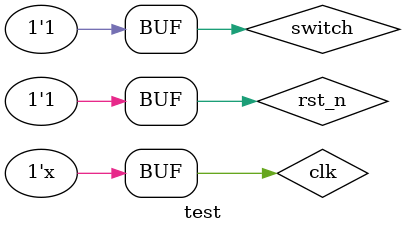
<source format=v>
`timescale 1ns / 1ps


module test;
// Inputs
	reg clk;
	reg rst_n;
	reg switch;

	// Outputs
	wire [2:0] light_mainRoad;
	wire [2:0] light_crossRoad;

	// Instantiate the Unit Under Test (UUT)
	traffic_light uut (
		.clk(clk), 
		.rst_n(rst_n), 
		.switch(switch), 
		.light_mainRoad(light_mainRoad), 
		.light_crossRoad(light_crossRoad)
	);

	initial begin
		// Initialize Inputs
		clk = 0;
		rst_n = 0;
		switch = 0;
		#100;
		rst_n = 1;
		switch = 1;
		#100;
		rst_n = 0;
		switch = 1;
		#100;
		rst_n = 1;
		switch = 1;
		#100;
	end
       always
begin
clk=~clk;
#100;
end   
endmodule



</source>
